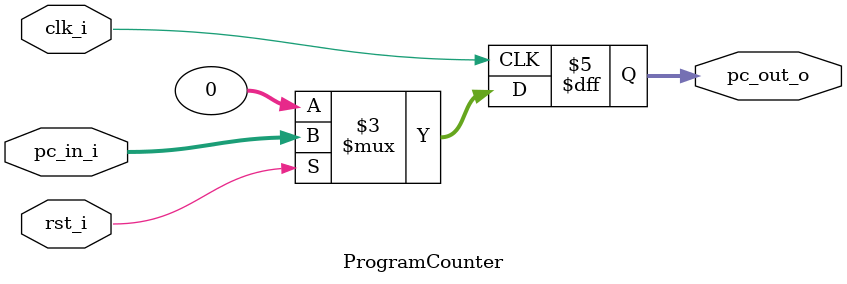
<source format=v>

module ProgramCounter(
    clk_i,
	rst_i,
	pc_in_i,
	pc_out_o
	);
     
//I/O ports
input           clk_i;
input	        rst_i;
input  [32-1:0] pc_in_i;
output [32-1:0] pc_out_o;
 
//Internal Signals
reg    [32-1:0] pc_out_o;
 
//Parameter

    
//Main function
always @(posedge clk_i) begin
    if(rst_i) pc_out_o <= pc_in_i; 
	else pc_out_o <= 0;	    
end

endmodule
</source>
